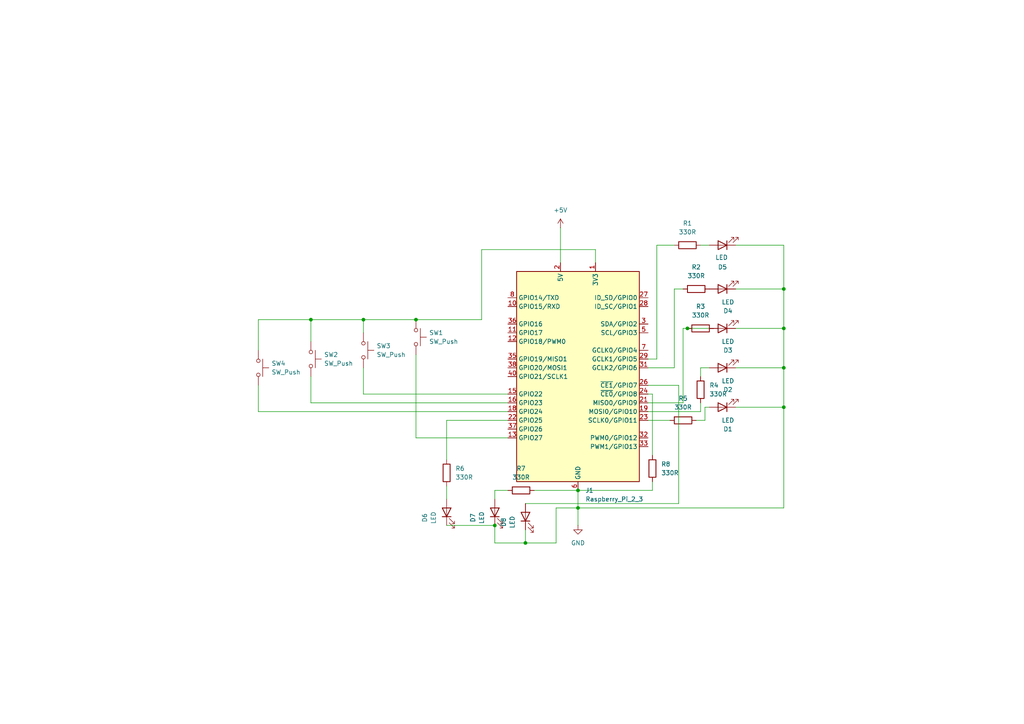
<source format=kicad_sch>
(kicad_sch (version 20250114) (generator "eeschema") (generator_version "9.0")
  (paper "A4")
  (title_block (title "LEDs and buttons PCB"))
  (lib_symbols
    (symbol "Connector:Raspberry_Pi_2_3"
      (property "Reference" "J" (at -17.78 31.75 0))
      (property "Value" "Raspberry_Pi_2_3" (at 10.16 -31.75 0))
      (symbol "Raspberry_Pi_2_3_0_1"
        (rectangle (start -17.78 30.48) (end 17.78 -30.48) (stroke (width 0.254)) (fill (type background)))
      )
      (symbol "Raspberry_Pi_2_3_1_1"
        (pin bidirectional line (at -20.32 22.86 0) (length 2.54) (name "GPIO14/TXD") (number "8"))
        (pin bidirectional line (at -20.32 20.32 0) (length 2.54) (name "GPIO15/RXD") (number "10"))
        (pin bidirectional line (at -20.32 15.24 0) (length 2.54) (name "GPIO16") (number "36"))
        (pin bidirectional line (at -20.32 12.7 0) (length 2.54) (name "GPIO17") (number "11"))
        (pin bidirectional line (at -20.32 10.16 0) (length 2.54) (name "GPIO18/PWM0") (number "12"))
        (pin bidirectional line (at -20.32 5.08 0) (length 2.54) (name "GPIO19/MISO1") (number "35"))
        (pin bidirectional line (at -20.32 2.54 0) (length 2.54) (name "GPIO20/MOSI1") (number "38"))
        (pin bidirectional line (at -20.32 0 0) (length 2.54) (name "GPIO21/SCLK1") (number "40"))
        (pin bidirectional line (at -20.32 -5.08 0) (length 2.54) (name "GPIO22") (number "15"))
        (pin bidirectional line (at -20.32 -7.62 0) (length 2.54) (name "GPIO23") (number "16"))
        (pin bidirectional line (at -20.32 -10.16 0) (length 2.54) (name "GPIO24") (number "18"))
        (pin bidirectional line (at -20.32 -12.7 0) (length 2.54) (name "GPIO25") (number "22"))
        (pin bidirectional line (at -20.32 -15.24 0) (length 2.54) (name "GPIO26") (number "37"))
        (pin bidirectional line (at -20.32 -17.78 0) (length 2.54) (name "GPIO27") (number "13"))
        (pin power_in line (at -5.08 33.02 270) (length 2.54) (name "5V") (number "2"))
        (pin passive line (at -5.08 33.02 270) (length 2.54) (hide yes) (name "5V") (number "4"))
        (pin passive line (at 0 -33.02 90) (length 2.54) (hide yes) (name "GND") (number "14"))
        (pin passive line (at 0 -33.02 90) (length 2.54) (hide yes) (name "GND") (number "20"))
        (pin passive line (at 0 -33.02 90) (length 2.54) (hide yes) (name "GND") (number "25"))
        (pin passive line (at 0 -33.02 90) (length 2.54) (hide yes) (name "GND") (number "30"))
        (pin passive line (at 0 -33.02 90) (length 2.54) (hide yes) (name "GND") (number "34"))
        (pin passive line (at 0 -33.02 90) (length 2.54) (hide yes) (name "GND") (number "39"))
        (pin power_in line (at 0 -33.02 90) (length 2.54) (name "GND") (number "6"))
        (pin passive line (at 0 -33.02 90) (length 2.54) (hide yes) (name "GND") (number "9"))
        (pin power_in line (at 5.08 33.02 270) (length 2.54) (name "3V3") (number "1"))
        (pin passive line (at 5.08 33.02 270) (length 2.54) (hide yes) (name "3V3") (number "17"))
        (pin bidirectional line (at 20.32 22.86 180) (length 2.54) (name "ID_SD/GPIO0") (number "27"))
        (pin bidirectional line (at 20.32 20.32 180) (length 2.54) (name "ID_SC/GPIO1") (number "28"))
        (pin bidirectional line (at 20.32 15.24 180) (length 2.54) (name "SDA/GPIO2") (number "3"))
        (pin bidirectional line (at 20.32 12.7 180) (length 2.54) (name "SCL/GPIO3") (number "5"))
        (pin bidirectional line (at 20.32 7.62 180) (length 2.54) (name "GCLK0/GPIO4") (number "7"))
        (pin bidirectional line (at 20.32 5.08 180) (length 2.54) (name "GCLK1/GPIO5") (number "29"))
        (pin bidirectional line (at 20.32 2.54 180) (length 2.54) (name "GCLK2/GPIO6") (number "31"))
        (pin bidirectional line (at 20.32 -2.54 180) (length 2.54) (name "~{CE1}/GPIO7") (number "26"))
        (pin bidirectional line (at 20.32 -5.08 180) (length 2.54) (name "~{CE0}/GPIO8") (number "24"))
        (pin bidirectional line (at 20.32 -7.62 180) (length 2.54) (name "MISO0/GPIO9") (number "21"))
        (pin bidirectional line (at 20.32 -10.16 180) (length 2.54) (name "MOSI0/GPIO10") (number "19"))
        (pin bidirectional line (at 20.32 -12.7 180) (length 2.54) (name "SCLK0/GPIO11") (number "23"))
        (pin bidirectional line (at 20.32 -17.78 180) (length 2.54) (name "PWM0/GPIO12") (number "32"))
        (pin bidirectional line (at 20.32 -20.32 180) (length 2.54) (name "PWM1/GPIO13") (number "33"))
      )
    )
    (symbol "Device:LED" (pin_numbers (hide yes)) (pin_names (offset 1.016) (hide yes))
      (property "Reference" "D" (at 0 2.54 0))
      (property "Value" "LED" (at 0 -2.54 0))
      (symbol "LED_0_1"
        (polyline (pts (xy -3.048 -0.762) (xy -4.572 -2.286) (xy -3.81 -2.286) (xy -4.572 -2.286) (xy -4.572 -1.524)))
        (polyline (pts (xy -1.778 -0.762) (xy -3.302 -2.286) (xy -2.54 -2.286) (xy -3.302 -2.286) (xy -3.302 -1.524)))
        (polyline (pts (xy -1.27 0) (xy 1.27 0)))
        (polyline (pts (xy -1.27 -1.27) (xy -1.27 1.27)) (stroke (width 0.254)))
        (polyline (pts (xy 1.27 -1.27) (xy 1.27 1.27) (xy -1.27 0) (xy 1.27 -1.27)) (stroke (width 0.254)))
      )
      (symbol "LED_1_1"
        (pin passive line (at -3.81 0 0) (length 2.54) (name "K") (number "1"))
        (pin passive line (at 3.81 0 180) (length 2.54) (name "A") (number "2"))
      )
    )
    (symbol "Device:R" (pin_numbers (hide yes)) (pin_names (offset 0))
      (property "Reference" "R" (at 2.032 0 90))
      (property "Value" "R" (at 0 0 90))
      (symbol "R_0_1"
        (rectangle (start -1.016 -2.54) (end 1.016 2.54) (stroke (width 0.254)))
      )
      (symbol "R_1_1"
        (pin passive line (at 0 3.81 270) (length 1.27) (name "~") (number "1"))
        (pin passive line (at 0 -3.81 90) (length 1.27) (name "~") (number "2"))
      )
    )
    (symbol "Switch:SW_Push" (pin_numbers (hide yes)) (pin_names (offset 1.016) (hide yes))
      (property "Reference" "SW" (at 1.27 2.54 0))
      (property "Value" "SW_Push" (at 0 -1.524 0))
      (symbol "SW_Push_0_1"
        (circle (center -2.032 0) (radius 0.508))
        (polyline (pts (xy 0 1.27) (xy 0 3.048)))
        (circle (center 2.032 0) (radius 0.508))
        (polyline (pts (xy 2.54 1.27) (xy -2.54 1.27)))
        (pin passive line (at -5.08 0 0) (length 2.54) (name "1") (number "1"))
        (pin passive line (at 5.08 0 180) (length 2.54) (name "2") (number "2"))
      )
    )
    (symbol "power:+5V" (power) (pin_numbers (hide yes)) (pin_names (offset 0) (hide yes))
      (property "Value" "+5V" (at 0 3.556 0))
      (symbol "+5V_0_1"
        (polyline (pts (xy -0.762 1.27) (xy 0 2.54)))
        (polyline (pts (xy 0 2.54) (xy 0.762 1.27)))
        (polyline (pts (xy 0 0) (xy 0 2.54)))
      )
      (symbol "+5V_1_1"
        (pin power_in line (at 0 0 90) (length 0) (name "~") (number "1"))
      )
    )
    (symbol "power:GND" (power) (pin_numbers (hide yes)) (pin_names (offset 0) (hide yes))
      (property "Value" "GND" (at 0 -3.81 0))
      (symbol "GND_0_1"
        (polyline (pts (xy 0 0) (xy 0 -1.27) (xy 1.27 -1.27) (xy 0 -2.54) (xy -1.27 -1.27) (xy 0 -1.27)))
      )
      (symbol "GND_1_1"
        (pin power_in line (at 0 0 270) (length 0) (name "~") (number "1"))
      )
    )
  )
  (junction (at 167.64 142.24))
  (junction (at 152.4 157.48))
  (junction (at 90.17 92.71))
  (junction (at 227.33 118.11))
  (junction (at 227.33 95.25))
  (junction (at 227.33 106.68))
  (junction (at 105.41 92.71))
  (junction (at 120.65 92.71))
  (junction (at 143.51 152.4))
  (junction (at 167.64 147.32))
  (junction (at 199.39 95.25))
  (junction (at 227.33 83.82))
  (wire (pts (xy 213.36 118.11) (xy 227.33 118.11)))
  (wire (pts (xy 213.36 71.12) (xy 227.33 71.12)))
  (wire (pts (xy 203.2 106.68) (xy 205.74 106.68)))
  (wire (pts (xy 152.4 146.05) (xy 196.85 146.05)))
  (wire (pts (xy 187.96 114.3) (xy 189.23 114.3)))
  (wire (pts (xy 161.29 147.32) (xy 167.64 147.32)))
  (wire (pts (xy 227.33 118.11) (xy 227.33 147.32)))
  (wire (pts (xy 147.32 121.92) (xy 129.54 121.92)))
  (wire (pts (xy 154.94 142.24) (xy 167.64 142.24)))
  (wire (pts (xy 105.41 92.71) (xy 120.65 92.71)))
  (wire (pts (xy 152.4 157.48) (xy 161.29 157.48)))
  (wire (pts (xy 74.93 119.38) (xy 147.32 119.38)))
  (wire (pts (xy 152.4 157.48) (xy 143.51 157.48)))
  (wire (pts (xy 195.58 83.82) (xy 198.12 83.82)))
  (wire (pts (xy 198.12 116.84) (xy 198.12 95.25)))
  (wire (pts (xy 198.12 95.25) (xy 199.39 95.25)))
  (wire (pts (xy 105.41 96.52) (xy 105.41 92.71)))
  (wire (pts (xy 187.96 111.76) (xy 196.85 111.76)))
  (wire (pts (xy 195.58 106.68) (xy 195.58 83.82)))
  (wire (pts (xy 190.5 104.14) (xy 190.5 71.12)))
  (wire (pts (xy 143.51 142.24) (xy 143.51 144.78)))
  (wire (pts (xy 172.72 72.39) (xy 139.7 72.39)))
  (wire (pts (xy 129.54 152.4) (xy 143.51 152.4)))
  (wire (pts (xy 167.64 142.24) (xy 189.23 142.24)))
  (wire (pts (xy 172.72 76.2) (xy 172.72 72.39)))
  (wire (pts (xy 105.41 114.3) (xy 147.32 114.3)))
  (wire (pts (xy 90.17 92.71) (xy 105.41 92.71)))
  (wire (pts (xy 74.93 111.76) (xy 74.93 119.38)))
  (wire (pts (xy 203.2 109.22) (xy 203.2 106.68)))
  (wire (pts (xy 143.51 142.24) (xy 147.32 142.24)))
  (wire (pts (xy 129.54 140.97) (xy 129.54 144.78)))
  (wire (pts (xy 120.65 102.87) (xy 120.65 127)))
  (wire (pts (xy 204.47 118.11) (xy 205.74 118.11)))
  (wire (pts (xy 213.36 106.68) (xy 227.33 106.68)))
  (wire (pts (xy 196.85 111.76) (xy 196.85 146.05)))
  (wire (pts (xy 162.56 66.04) (xy 162.56 76.2)))
  (wire (pts (xy 204.47 121.92) (xy 204.47 118.11)))
  (wire (pts (xy 227.33 106.68) (xy 227.33 118.11)))
  (wire (pts (xy 74.93 92.71) (xy 90.17 92.71)))
  (wire (pts (xy 213.36 95.25) (xy 227.33 95.25)))
  (wire (pts (xy 190.5 71.12) (xy 195.58 71.12)))
  (wire (pts (xy 201.93 121.92) (xy 204.47 121.92)))
  (wire (pts (xy 187.96 121.92) (xy 194.31 121.92)))
  (wire (pts (xy 143.51 157.48) (xy 143.51 152.4)))
  (wire (pts (xy 213.36 83.82) (xy 227.33 83.82)))
  (wire (pts (xy 187.96 119.38) (xy 203.2 119.38)))
  (wire (pts (xy 139.7 72.39) (xy 139.7 92.71)))
  (wire (pts (xy 105.41 106.68) (xy 105.41 114.3)))
  (wire (pts (xy 167.64 142.24) (xy 167.64 147.32)))
  (wire (pts (xy 120.65 127) (xy 147.32 127)))
  (wire (pts (xy 199.39 95.25) (xy 205.74 95.25)))
  (wire (pts (xy 227.33 83.82) (xy 227.33 95.25)))
  (wire (pts (xy 90.17 109.22) (xy 90.17 116.84)))
  (wire (pts (xy 187.96 104.14) (xy 190.5 104.14)))
  (wire (pts (xy 227.33 71.12) (xy 227.33 83.82)))
  (wire (pts (xy 120.65 92.71) (xy 139.7 92.71)))
  (wire (pts (xy 227.33 147.32) (xy 167.64 147.32)))
  (wire (pts (xy 90.17 116.84) (xy 147.32 116.84)))
  (wire (pts (xy 129.54 121.92) (xy 129.54 133.35)))
  (wire (pts (xy 203.2 119.38) (xy 203.2 116.84)))
  (wire (pts (xy 227.33 95.25) (xy 227.33 106.68)))
  (wire (pts (xy 161.29 157.48) (xy 161.29 147.32)))
  (wire (pts (xy 189.23 139.7) (xy 189.23 142.24)))
  (wire (pts (xy 90.17 99.06) (xy 90.17 92.71)))
  (wire (pts (xy 74.93 92.71) (xy 74.93 101.6)))
  (wire (pts (xy 167.64 147.32) (xy 167.64 152.4)))
  (wire (pts (xy 187.96 106.68) (xy 195.58 106.68)))
  (wire (pts (xy 189.23 114.3) (xy 189.23 132.08)))
  (wire (pts (xy 152.4 153.67) (xy 152.4 157.48)))
  (wire (pts (xy 203.2 71.12) (xy 205.74 71.12)))
  (wire (pts (xy 187.96 116.84) (xy 198.12 116.84)))
  (symbol (lib_id "Switch:SW_Push") (at 105.41 101.6 270) (unit 1)
    (property "Reference" "SW3" (at 109.22 100.3299 90) (effects (justify left)))
    (property "Value" "SW_Push" (at 109.22 102.8699 90) (effects (justify left)))
    (property "Description" "Push button switch, generic, two pins" (effects (hide yes)))
  )
  (symbol (lib_id "Device:LED") (at 152.4 149.86 90) (unit 1)
    (property "Reference" "D8" (at 146.05 151.4475 0))
    (property "Value" "LED" (at 148.59 151.4475 0))
    (property "Description" "Light emitting diode" (effects (hide yes)))
    (property "Sim.Pins" "1=K 2=A" (effects (hide yes)))
  )
  (symbol (lib_id "Device:R") (at 198.12 121.92 90) (unit 1)
    (property "Reference" "R5" (at 198.12 115.57 90))
    (property "Value" "330R" (at 198.12 118.11 90))
    (property "Description" "Resistor" (effects (hide yes)))
  )
  (symbol (lib_id "power:GND") (at 167.64 152.4 0) (unit 1)
    (property "Reference" "#PWR02" (effects (hide yes)))
    (property "Value" "GND" (at 167.64 157.48 0))
    (property "Description" "Power symbol creates a global label with name \"GND\" , ground" (effects (hide yes)))
  )
  (symbol (lib_id "Device:LED") (at 209.55 118.11 180) (unit 1)
    (property "Reference" "D1" (at 211.1375 124.46 0))
    (property "Value" "LED" (at 211.1375 121.92 0))
    (property "Description" "Light emitting diode" (effects (hide yes)))
    (property "Sim.Pins" "1=K 2=A" (effects (hide yes)))
  )
  (symbol (lib_id "Device:R") (at 203.2 95.25 90) (unit 1)
    (property "Reference" "R3" (at 203.2 88.9 90))
    (property "Value" "330R" (at 203.2 91.44 90))
    (property "Description" "Resistor" (effects (hide yes)))
  )
  (symbol (lib_id "Device:LED") (at 143.51 148.59 90) (unit 1)
    (property "Reference" "D7" (at 137.16 150.1775 0))
    (property "Value" "LED" (at 139.7 150.1775 0))
    (property "Description" "Light emitting diode" (effects (hide yes)))
    (property "Sim.Pins" "1=K 2=A" (effects (hide yes)))
  )
  (symbol (lib_id "Device:LED") (at 209.55 83.82 180) (unit 1)
    (property "Reference" "D4" (at 211.1375 90.17 0))
    (property "Value" "LED" (at 211.1375 87.63 0))
    (property "Description" "Light emitting diode" (effects (hide yes)))
    (property "Sim.Pins" "1=K 2=A" (effects (hide yes)))
  )
  (symbol (lib_id "power:+5V") (at 162.56 66.04 0) (unit 1)
    (property "Reference" "#PWR01" (effects (hide yes)))
    (property "Value" "+5V" (at 162.56 60.96 0))
    (property "Description" "Power symbol creates a global label with name \"+5V\"" (effects (hide yes)))
  )
  (symbol (lib_id "Device:R") (at 151.13 142.24 270) (unit 1)
    (property "Reference" "R7" (at 151.13 135.89 90))
    (property "Value" "330R" (at 151.13 138.43 90))
    (property "Description" "Resistor" (effects (hide yes)))
  )
  (symbol (lib_id "Device:LED") (at 209.55 71.12 180) (unit 1)
    (property "Reference" "D5" (at 209.55 77.47 0))
    (property "Value" "LED" (at 209.296 74.676 0))
    (property "Description" "Light emitting diode" (effects (hide yes)))
    (property "Sim.Pins" "1=K 2=A" (effects (hide yes)))
  )
  (symbol (lib_id "Device:LED") (at 209.55 95.25 180) (unit 1)
    (property "Reference" "D3" (at 211.1375 101.6 0))
    (property "Value" "LED" (at 211.1375 99.06 0))
    (property "Description" "Light emitting diode" (effects (hide yes)))
    (property "Sim.Pins" "1=K 2=A" (effects (hide yes)))
  )
  (symbol (lib_id "Device:R") (at 189.23 135.89 180) (unit 1)
    (property "Reference" "R8" (at 191.77 134.6199 0) (effects (justify right)))
    (property "Value" "330R" (at 191.77 137.1599 0) (effects (justify right)))
    (property "Description" "Resistor" (effects (hide yes)))
  )
  (symbol (lib_id "Switch:SW_Push") (at 90.17 104.14 270) (unit 1)
    (property "Reference" "SW2" (at 93.98 102.8699 90) (effects (justify left)))
    (property "Value" "SW_Push" (at 93.98 105.4099 90) (effects (justify left)))
    (property "Description" "Push button switch, generic, two pins" (effects (hide yes)))
  )
  (symbol (lib_id "Device:R") (at 199.39 71.12 90) (unit 1)
    (property "Reference" "R1" (at 199.39 64.77 90))
    (property "Value" "330R" (at 199.39 67.31 90))
    (property "Description" "Resistor" (effects (hide yes)))
  )
  (symbol (lib_id "Connector:Raspberry_Pi_2_3") (at 167.64 109.22 0) (unit 1)
    (property "Reference" "J1" (at 169.7833 142.24 0) (effects (justify left)))
    (property "Value" "Raspberry_Pi_2_3" (at 169.7833 144.78 0) (effects (justify left)))
    (property "Datasheet" "https://www.raspberrypi.org/documentation/hardware/raspberrypi/schematics/rpi_SCH_3bplus_1p0_reduced.pdf" (effects (hide yes)))
    (property "Description" "expansion header for Raspberry Pi 2 & 3" (effects (hide yes)))
  )
  (symbol (lib_id "Switch:SW_Push") (at 120.65 97.79 270) (unit 1)
    (property "Reference" "SW1" (at 124.46 96.5199 90) (effects (justify left)))
    (property "Value" "SW_Push" (at 124.46 99.0599 90) (effects (justify left)))
    (property "Description" "Push button switch, generic, two pins" (effects (hide yes)))
  )
  (symbol (lib_id "Device:R") (at 203.2 113.03 180) (unit 1)
    (property "Reference" "R4" (at 205.74 111.7599 0) (effects (justify right)))
    (property "Value" "330R" (at 205.74 114.2999 0) (effects (justify right)))
    (property "Description" "Resistor" (effects (hide yes)))
  )
  (symbol (lib_id "Device:R") (at 129.54 137.16 180) (unit 1)
    (property "Reference" "R6" (at 132.08 135.8899 0) (effects (justify right)))
    (property "Value" "330R" (at 132.08 138.4299 0) (effects (justify right)))
    (property "Description" "Resistor" (effects (hide yes)))
  )
  (symbol (lib_id "Device:LED") (at 129.54 148.59 90) (unit 1)
    (property "Reference" "D6" (at 123.19 150.1775 0))
    (property "Value" "LED" (at 125.73 150.1775 0))
    (property "Description" "Light emitting diode" (effects (hide yes)))
    (property "Sim.Pins" "1=K 2=A" (effects (hide yes)))
  )
  (symbol (lib_id "Device:LED") (at 209.55 106.68 180) (unit 1)
    (property "Reference" "D2" (at 211.1375 113.03 0))
    (property "Value" "LED" (at 211.1375 110.49 0))
    (property "Description" "Light emitting diode" (effects (hide yes)))
    (property "Sim.Pins" "1=K 2=A" (effects (hide yes)))
  )
  (symbol (lib_id "Switch:SW_Push") (at 74.93 106.68 270) (unit 1)
    (property "Reference" "SW4" (at 78.74 105.4099 90) (effects (justify left)))
    (property "Value" "SW_Push" (at 78.74 107.9499 90) (effects (justify left)))
    (property "Description" "Push button switch, generic, two pins" (effects (hide yes)))
  )
  (symbol (lib_id "Device:R") (at 201.93 83.82 90) (unit 1)
    (property "Reference" "R2" (at 201.93 77.47 90))
    (property "Value" "330R" (at 201.93 80.01 90))
    (property "Description" "Resistor" (effects (hide yes)))
  )
)
</source>
